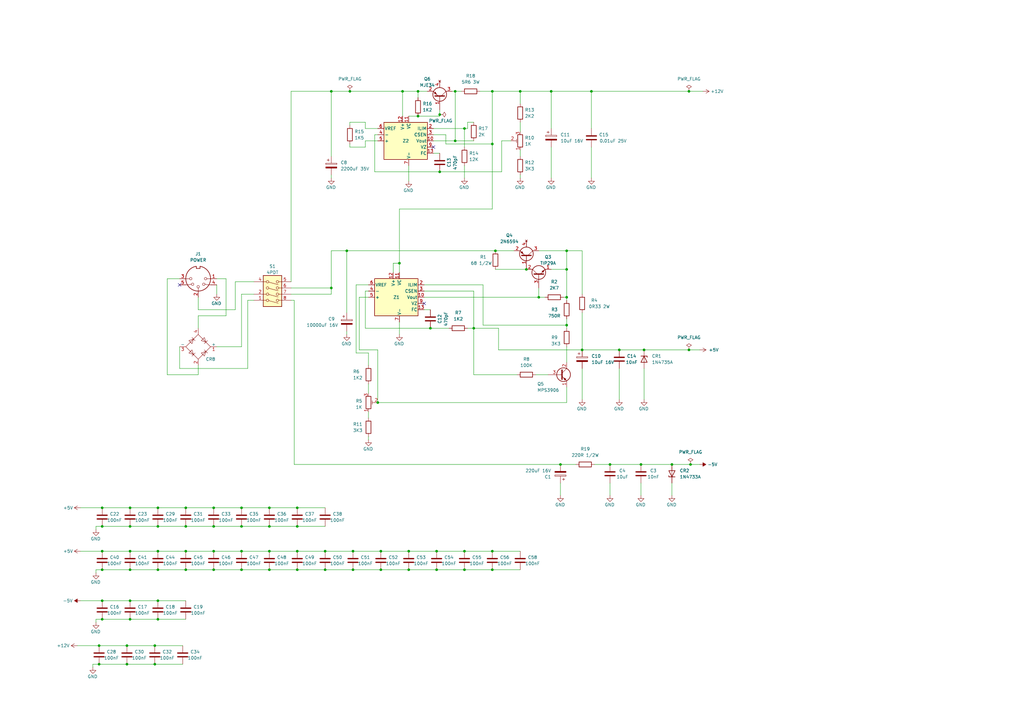
<source format=kicad_sch>
(kicad_sch (version 20230121) (generator eeschema)
  (paper "A3")
  (lib_symbols
    (symbol "Connector:DIN-5_180degree" (pin_names (offset 1.016))
      (property "Reference" "J" (at 3.175 5.715 0))
      (property "Value" "DIN-5_180degree" (at 0 -6.35 0))
      (symbol "DIN-5_180degree_1_1"
        (pin passive line (at -7.62 0 0) (length 2.54) (name "~") (number "1"))
        (pin passive line (at 0 7.62 270) (length 2.54) (name "~") (number "2"))
        (pin passive line (at 7.62 0 180) (length 2.54) (name "~") (number "3"))
        (pin passive line (at -7.62 2.54 0) (length 2.54) (name "~") (number "4"))
        (pin passive line (at 7.62 2.54 180) (length 2.54) (name "~") (number "5"))
      )
    )
    (symbol "Device:C" (pin_numbers hide) (pin_names (offset 0.254))
      (property "Reference" "C" (at 0.635 2.54 0))
      (property "Value" "C" (at 0.635 -2.54 0))
      (symbol "C_1_1"
        (pin passive line (at 0 3.81 270) (length 2.794) (name "~") (number "1"))
        (pin passive line (at 0 -3.81 90) (length 2.794) (name "~") (number "2"))
      )
    )
    (symbol "Device:C_Polarized" (pin_numbers hide) (pin_names (offset 0.254))
      (property "Reference" "C" (at 0.635 2.54 0))
      (property "Value" "C_Polarized" (at 0.635 -2.54 0))
      (symbol "C_Polarized_1_1"
        (pin passive line (at 0 3.81 270) (length 2.794) (name "~") (number "1"))
        (pin passive line (at 0 -3.81 90) (length 2.794) (name "~") (number "2"))
      )
    )
    (symbol "Device:D_Zener" (pin_numbers hide) (pin_names (offset 1.016) hide)
      (property "Reference" "D" (at 0 2.54 0))
      (property "Value" "D_Zener" (at 0 -2.54 0))
      (symbol "D_Zener_1_1"
        (pin passive line (at -3.81 0 0) (length 2.54) (name "K") (number "1"))
        (pin passive line (at 3.81 0 180) (length 2.54) (name "A") (number "2"))
      )
    )
    (symbol "Device:R" (pin_numbers hide) (pin_names (offset 0))
      (property "Reference" "R" (at 2.032 0 90))
      (property "Value" "R" (at 0 0 90))
      (symbol "R_1_1"
        (pin passive line (at 0 3.81 270) (length 1.27) (name "~") (number "1"))
        (pin passive line (at 0 -3.81 90) (length 1.27) (name "~") (number "2"))
      )
    )
    (symbol "Device:R_Potentiometer_Trim" (pin_names (offset 1.016) hide)
      (property "Reference" "RV" (at -4.445 0 90))
      (property "Value" "R_Potentiometer_Trim" (at -2.54 0 90))
      (symbol "R_Potentiometer_Trim_1_1"
        (pin passive line (at 0 3.81 270) (length 1.27) (name "1") (number "1"))
        (pin passive line (at 3.81 0 180) (length 1.27) (name "2") (number "2"))
        (pin passive line (at 0 -3.81 90) (length 1.27) (name "3") (number "3"))
      )
    )
    (symbol "Diode_Bridge:VS-KBPC804" (pin_names (offset 0))
      (property "Reference" "D" (at 2.54 6.985 0))
      (property "Value" "VS-KBPC804" (at 2.54 5.08 0))
      (symbol "VS-KBPC804_1_1"
        (pin passive line (at 7.62 0 180) (length 2.54) (name "+") (number "1"))
        (pin passive line (at 0 -7.62 90) (length 2.54) (name "~") (number "2"))
        (pin passive line (at -7.62 0 0) (length 2.54) (name "-") (number "3"))
        (pin passive line (at 0 7.62 270) (length 2.54) (name "~") (number "4"))
      )
    )
    (symbol "Regulator_Linear:LM723_DIP14" (pin_names (offset 0.254))
      (property "Reference" "U" (at 0.635 10.795 0))
      (property "Value" "LM723_DIP14" (at 0.635 8.89 0))
      (symbol "LM723_DIP14_1_1"
        (pin no_connect line (at -10.16 -5.08 0) (length 2.54) hide (name "NC") (number "1"))
        (pin power_out line (at 10.16 0 180) (length 2.54) (name "Vout") (number "10"))
        (pin power_in line (at 0 10.16 270) (length 2.54) (name "VC") (number "11"))
        (pin power_in line (at -2.54 10.16 270) (length 2.54) (name "V+") (number "12"))
        (pin input line (at 10.16 -5.08 180) (length 2.54) (name "FC") (number "13"))
        (pin no_connect line (at -2.54 -7.62 90) (length 2.54) hide (name "NC") (number "14"))
        (pin input line (at 10.16 5.08 180) (length 2.54) (name "ILIM") (number "2"))
        (pin input line (at 10.16 2.54 180) (length 2.54) (name "CSEN") (number "3"))
        (pin input line (at -12.7 2.54 0) (length 2.54) (name "-") (number "4"))
        (pin input line (at -12.7 0 0) (length 2.54) (name "+") (number "5"))
        (pin power_out line (at -12.7 5.08 0) (length 2.54) (name "VREF") (number "6"))
        (pin power_in line (at 0 -10.16 90) (length 2.54) (name "V-") (number "7"))
        (pin no_connect line (at -10.16 -2.54 0) (length 2.54) hide (name "NC") (number "8"))
        (pin input line (at 10.16 -2.54 180) (length 2.54) (name "VZ") (number "9"))
      )
    )
    (symbol "TRS80IUS:EGGCOOKER" (pin_names (offset 0) hide)
      (property "Reference" "Q" (at 5.08 7.62 0))
      (property "Value" "EGG COOKER" (at 5.08 5.715 0))
      (symbol "EGGCOOKER_1_1"
        (pin input line (at -5.08 0 0) (length 5.715) (name "B") (number "1"))
        (pin passive line (at 2.54 -5.08 90) (length 2.54) (name "E") (number "2"))
        (pin passive line (at 2.54 5.08 270) (length 2.54) (name "C") (number "3"))
        (pin no_connect line (at 6.6 0 180) (length 2.54) (name "U") (number "4"))
      )
    )
    (symbol "TRS80IUS:MJE34" (pin_names (offset 0) hide)
      (property "Reference" "Q" (at 6.35 8.89 0))
      (property "Value" "MJE34" (at 6.35 6.985 0))
      (symbol "MJE34_1_1"
        (pin input line (at -5.08 0 0) (length 5.715) (name "B") (number "1"))
        (pin passive line (at 2.54 -5.08 90) (length 2.54) (name "E") (number "2"))
        (pin passive line (at 2.54 5.08 270) (length 2.54) (name "C") (number "3"))
        (pin no_connect line (at 6.7 0 180) (length 2.54) (name "u") (number "4"))
      )
    )
    (symbol "TRS80IUS:PSWITCH" (pin_names (offset 0) hide)
      (property "Reference" "S1" (at 0 8.89 0))
      (property "Value" "4PDT" (at 0 6.35 0))
      (symbol "PSWITCH_1_1"
        (pin passive line (at -7.62 5.08 0) (length 5.08) (name "~") (number "1"))
        (pin passive line (at -7.62 2.54 0) (length 5.08) (name "~") (number "2"))
        (pin passive line (at -7.62 -2.54 0) (length 5.08) (name "~") (number "4"))
        (pin passive line (at 7.62 -2.54 180) (length 5.08) (name "~") (number "5"))
        (pin passive line (at 7.62 0 180) (length 5.08) (name "~") (number "6"))
        (pin passive line (at 7.62 2.54 180) (length 5.08) (name "~") (number "7"))
        (pin passive line (at 7.62 5.08 180) (length 5.08) (name "~") (number "8"))
      )
    )
    (symbol "Transistor_BJT:2SA1015" (pin_names (offset 0) hide)
      (property "Reference" "Q" (at 5.08 1.905 0))
      (property "Value" "2SA1015" (at 5.08 0 0))
      (symbol "2SA1015_1_1"
        (pin passive line (at 2.54 -5.08 90) (length 2.54) (name "E") (number "1"))
        (pin passive line (at 2.54 5.08 270) (length 2.54) (name "C") (number "2"))
        (pin input line (at -5.08 0 0) (length 5.08) (name "B") (number "3"))
      )
    )
    (symbol "Transistor_BJT:2SC1815" (pin_names (offset 0) hide)
      (property "Reference" "Q" (at 5.08 1.905 0))
      (property "Value" "2SC1815" (at 5.08 0 0))
      (symbol "2SC1815_1_1"
        (pin passive line (at 2.54 -5.08 90) (length 2.54) (name "E") (number "1"))
        (pin passive line (at 2.54 5.08 270) (length 2.54) (name "C") (number "2"))
        (pin input line (at -5.08 0 0) (length 5.08) (name "B") (number "3"))
      )
    )
    (symbol "power:+12V" (power) (pin_names (offset 0))
      (property "Value" "+12V" (at 0 3.556 0))
      (symbol "+12V_1_1"
        (pin power_in line (at 0 0 90) (length 0) hide (name "+12V") (number "1"))
      )
    )
    (symbol "power:+5V" (power) (pin_names (offset 0))
      (property "Value" "+5V" (at 0 3.556 0))
      (symbol "+5V_1_1"
        (pin power_in line (at 0 0 90) (length 0) hide (name "+5V") (number "1"))
      )
    )
    (symbol "power:-5V" (power) (pin_names (offset 0))
      (property "Value" "-5V" (at 0 3.81 0))
      (symbol "-5V_0_0"
        (pin power_in line (at 0 0 90) (length 0) hide (name "-5V") (number "1"))
      )
    )
    (symbol "power:GND" (power) (pin_names (offset 0))
      (property "Value" "GND" (at 0 -3.81 0))
      (symbol "GND_1_1"
        (pin power_in line (at 0 0 270) (length 0) hide (name "GND") (number "1"))
      )
    )
    (symbol "power:PWR_FLAG" (power) (pin_numbers hide) (pin_names (offset 0) hide)
      (property "Value" "PWR_FLAG" (at 0 3.81 0))
      (symbol "PWR_FLAG_0_0"
        (pin power_out line (at 0 0 90) (length 0) (name "pwr") (number "1"))
      )
    )
  )
  (junction (at 99.06 208.28))
  (junction (at 53.34 233.68))
  (junction (at 110.49 226.06))
  (junction (at 64.77 233.68))
  (junction (at 190.5 226.06))
  (junction (at 110.49 215.9))
  (junction (at 52.07 264.795))
  (junction (at 63.5 272.415))
  (junction (at 87.63 233.68))
  (junction (at 64.77 215.9))
  (junction (at 53.34 246.38))
  (junction (at 99.06 215.9))
  (junction (at 144.78 233.68))
  (junction (at 201.93 59.055))
  (junction (at 201.93 37.465))
  (junction (at 167.64 226.06))
  (junction (at 190.5 52.705))
  (junction (at 154.94 165.1))
  (junction (at 180.34 70.485))
  (junction (at 156.21 226.06))
  (junction (at 41.91 226.06))
  (junction (at 41.91 233.68))
  (junction (at 171.45 47.625))
  (junction (at 135.89 118.11))
  (junction (at 135.89 37.465))
  (junction (at 53.34 226.06))
  (junction (at 201.93 233.68))
  (junction (at 41.91 208.28))
  (junction (at 282.575 143.51))
  (junction (at 283.21 190.5))
  (junction (at 133.35 226.06))
  (junction (at 282.575 37.465))
  (junction (at 110.49 208.28))
  (junction (at 133.35 233.68))
  (junction (at 203.2 102.87))
  (junction (at 229.87 190.5))
  (junction (at 99.06 233.68))
  (junction (at 186.69 37.465))
  (junction (at 275.59 190.5))
  (junction (at 121.92 215.9))
  (junction (at 142.24 102.87))
  (junction (at 63.5 264.795))
  (junction (at 194.31 134.62))
  (junction (at 232.41 121.92))
  (junction (at 121.92 208.28))
  (junction (at 220.98 121.92))
  (junction (at 87.63 215.9))
  (junction (at 53.34 208.28))
  (junction (at 179.07 233.68))
  (junction (at 213.36 37.465))
  (junction (at 52.07 272.415))
  (junction (at 40.64 264.795))
  (junction (at 144.78 226.06))
  (junction (at 41.91 215.9))
  (junction (at 53.34 254))
  (junction (at 179.07 226.06))
  (junction (at 41.91 254))
  (junction (at 64.77 246.38))
  (junction (at 262.89 190.5))
  (junction (at 165.1 37.465))
  (junction (at 87.63 208.28))
  (junction (at 186.69 57.785))
  (junction (at 180.34 46.99))
  (junction (at 64.77 226.06))
  (junction (at 215.9 110.49))
  (junction (at 163.83 107.95))
  (junction (at 156.21 233.68))
  (junction (at 242.57 37.465))
  (junction (at 201.93 226.06))
  (junction (at 238.76 143.51))
  (junction (at 264.16 143.51))
  (junction (at 190.5 233.68))
  (junction (at 53.34 215.9))
  (junction (at 64.77 254))
  (junction (at 76.2 215.9))
  (junction (at 171.45 37.465))
  (junction (at 232.41 133.35))
  (junction (at 110.49 233.68))
  (junction (at 232.41 110.49))
  (junction (at 76.2 208.28))
  (junction (at 99.06 226.06))
  (junction (at 250.19 190.5))
  (junction (at 176.53 134.62))
  (junction (at 254 143.51))
  (junction (at 226.06 37.465))
  (junction (at 167.64 233.68))
  (junction (at 40.64 272.415))
  (junction (at 64.77 208.28))
  (junction (at 76.2 233.68))
  (junction (at 121.92 233.68))
  (junction (at 76.2 226.06))
  (junction (at 232.41 102.87))
  (junction (at 87.63 226.06))
  (junction (at 41.91 246.38))
  (junction (at 143.51 37.465))
  (junction (at 121.92 226.06))
  (no_connect (at 173.99 124.46))
  (no_connect (at 177.8 60.325))
  (no_connect (at 73.66 116.84))
  (wire (pts (xy 213.36 50.165) (xy 213.36 53.975)))
  (wire (pts (xy 31.75 264.795) (xy 40.64 264.795)))
  (wire (pts (xy 99.06 120.65) (xy 104.14 120.65)))
  (wire (pts (xy 177.8 52.705) (xy 190.5 52.705)))
  (wire (pts (xy 119.38 123.19) (xy 120.65 123.19)))
  (wire (pts (xy 101.6 151.13) (xy 101.6 123.19)))
  (wire (pts (xy 153.67 55.245) (xy 154.94 55.245)))
  (wire (pts (xy 135.89 118.11) (xy 135.89 102.87)))
  (wire (pts (xy 238.76 143.51) (xy 254 143.51)))
  (wire (pts (xy 81.28 149.86) (xy 81.28 153.67)))
  (wire (pts (xy 149.86 119.38) (xy 151.13 119.38)))
  (wire (pts (xy 180.34 70.485) (xy 153.67 70.485)))
  (wire (pts (xy 226.06 60.325) (xy 226.06 73.025)))
  (wire (pts (xy 201.93 233.68) (xy 213.36 233.68)))
  (wire (pts (xy 177.8 57.785) (xy 186.69 57.785)))
  (wire (pts (xy 180.34 70.485) (xy 205.74 70.485)))
  (wire (pts (xy 135.89 102.87) (xy 142.24 102.87)))
  (wire (pts (xy 191.77 52.705) (xy 191.77 50.165)))
  (wire (pts (xy 41.91 254) (xy 53.34 254)))
  (wire (pts (xy 52.07 272.415) (xy 63.5 272.415)))
  (wire (pts (xy 110.49 215.9) (xy 121.92 215.9)))
  (wire (pts (xy 39.37 254) (xy 39.37 255.27)))
  (wire (pts (xy 135.89 120.65) (xy 135.89 118.11)))
  (wire (pts (xy 146.05 116.84) (xy 146.05 144.78)))
  (wire (pts (xy 76.2 233.68) (xy 87.63 233.68)))
  (wire (pts (xy 99.06 215.9) (xy 110.49 215.9)))
  (wire (pts (xy 64.77 233.68) (xy 76.2 233.68)))
  (wire (pts (xy 179.07 226.06) (xy 190.5 226.06)))
  (wire (pts (xy 219.71 153.67) (xy 224.79 153.67)))
  (wire (pts (xy 151.13 168.91) (xy 151.13 171.45)))
  (wire (pts (xy 201.93 59.055) (xy 201.93 85.725)))
  (wire (pts (xy 76.2 208.28) (xy 87.63 208.28)))
  (wire (pts (xy 81.28 129.54) (xy 81.28 134.62)))
  (wire (pts (xy 149.86 52.705) (xy 154.94 52.705)))
  (wire (pts (xy 177.8 62.865) (xy 180.34 62.865)))
  (wire (pts (xy 156.21 226.06) (xy 167.64 226.06)))
  (wire (pts (xy 135.89 37.465) (xy 135.89 64.135)))
  (wire (pts (xy 250.19 198.12) (xy 250.19 203.2)))
  (wire (pts (xy 194.31 153.67) (xy 194.31 134.62)))
  (wire (pts (xy 213.36 71.755) (xy 213.36 73.025)))
  (wire (pts (xy 167.64 233.68) (xy 179.07 233.68)))
  (wire (pts (xy 151.13 179.07) (xy 151.13 180.34)))
  (wire (pts (xy 182.88 59.055) (xy 201.93 59.055)))
  (wire (pts (xy 33.02 246.38) (xy 41.91 246.38)))
  (wire (pts (xy 242.57 37.465) (xy 242.57 52.705)))
  (wire (pts (xy 96.52 115.57) (xy 104.14 115.57)))
  (wire (pts (xy 171.45 47.625) (xy 180.34 47.625)))
  (wire (pts (xy 33.02 226.06) (xy 41.91 226.06)))
  (wire (pts (xy 64.77 208.28) (xy 76.2 208.28)))
  (wire (pts (xy 63.5 264.795) (xy 74.93 264.795)))
  (wire (pts (xy 81.28 121.92) (xy 81.28 127)))
  (wire (pts (xy 185.42 37.465) (xy 186.69 37.465)))
  (wire (pts (xy 133.35 226.06) (xy 144.78 226.06)))
  (wire (pts (xy 40.64 264.795) (xy 52.07 264.795)))
  (wire (pts (xy 220.98 121.92) (xy 223.52 121.92)))
  (wire (pts (xy 53.34 254) (xy 64.77 254)))
  (wire (pts (xy 232.41 102.87) (xy 232.41 110.49)))
  (wire (pts (xy 99.06 233.68) (xy 110.49 233.68)))
  (wire (pts (xy 198.12 116.84) (xy 198.12 133.35)))
  (wire (pts (xy 149.86 119.38) (xy 149.86 134.62)))
  (wire (pts (xy 180.34 46.99) (xy 180.34 47.625)))
  (wire (pts (xy 99.06 208.28) (xy 110.49 208.28)))
  (wire (pts (xy 220.98 121.92) (xy 173.99 121.92)))
  (wire (pts (xy 254 151.13) (xy 254 163.83)))
  (wire (pts (xy 201.93 37.465) (xy 213.36 37.465)))
  (wire (pts (xy 180.34 45.085) (xy 180.34 46.99)))
  (wire (pts (xy 226.06 110.49) (xy 232.41 110.49)))
  (wire (pts (xy 186.69 57.785) (xy 194.31 57.785)))
  (wire (pts (xy 163.83 85.725) (xy 163.83 107.95)))
  (wire (pts (xy 242.57 37.465) (xy 282.575 37.465)))
  (wire (pts (xy 110.49 233.68) (xy 121.92 233.68)))
  (wire (pts (xy 275.59 190.5) (xy 283.21 190.5)))
  (wire (pts (xy 226.06 37.465) (xy 242.57 37.465)))
  (wire (pts (xy 92.71 129.54) (xy 81.28 129.54)))
  (wire (pts (xy 53.34 208.28) (xy 64.77 208.28)))
  (wire (pts (xy 53.34 233.68) (xy 64.77 233.68)))
  (wire (pts (xy 121.92 215.9) (xy 133.35 215.9)))
  (wire (pts (xy 238.76 102.87) (xy 238.76 120.65)))
  (wire (pts (xy 88.9 142.24) (xy 99.06 142.24)))
  (wire (pts (xy 171.45 37.465) (xy 171.45 40.005)))
  (wire (pts (xy 165.1 37.465) (xy 171.45 37.465)))
  (wire (pts (xy 204.47 143.51) (xy 238.76 143.51)))
  (wire (pts (xy 232.41 130.81) (xy 232.41 133.35)))
  (wire (pts (xy 151.13 157.48) (xy 151.13 161.29)))
  (wire (pts (xy 190.5 52.705) (xy 191.77 52.705)))
  (wire (pts (xy 229.87 190.5) (xy 236.22 190.5)))
  (wire (pts (xy 121.92 233.68) (xy 133.35 233.68)))
  (wire (pts (xy 186.69 37.465) (xy 189.23 37.465)))
  (wire (pts (xy 232.41 158.75) (xy 232.41 165.1)))
  (wire (pts (xy 220.98 118.11) (xy 220.98 121.92)))
  (wire (pts (xy 39.37 215.9) (xy 41.91 215.9)))
  (wire (pts (xy 190.5 67.945) (xy 190.5 73.025)))
  (wire (pts (xy 243.84 190.5) (xy 250.19 190.5)))
  (wire (pts (xy 135.89 71.755) (xy 135.89 73.025)))
  (wire (pts (xy 173.99 119.38) (xy 194.31 119.38)))
  (wire (pts (xy 149.86 134.62) (xy 176.53 134.62)))
  (wire (pts (xy 144.78 233.68) (xy 156.21 233.68)))
  (wire (pts (xy 167.64 226.06) (xy 179.07 226.06)))
  (wire (pts (xy 39.37 215.9) (xy 39.37 217.17)))
  (wire (pts (xy 198.12 133.35) (xy 232.41 133.35)))
  (wire (pts (xy 135.89 37.465) (xy 143.51 37.465)))
  (wire (pts (xy 275.59 198.12) (xy 275.59 203.2)))
  (wire (pts (xy 201.93 226.06) (xy 213.36 226.06)))
  (wire (pts (xy 232.41 121.92) (xy 232.41 123.19)))
  (wire (pts (xy 191.77 50.165) (xy 194.31 50.165)))
  (wire (pts (xy 99.06 226.06) (xy 110.49 226.06)))
  (wire (pts (xy 87.63 208.28) (xy 99.06 208.28)))
  (wire (pts (xy 53.34 246.38) (xy 64.77 246.38)))
  (wire (pts (xy 153.67 55.245) (xy 153.67 70.485)))
  (wire (pts (xy 119.38 37.465) (xy 135.89 37.465)))
  (wire (pts (xy 99.06 142.24) (xy 99.06 120.65)))
  (wire (pts (xy 213.36 37.465) (xy 213.36 42.545)))
  (wire (pts (xy 64.77 226.06) (xy 76.2 226.06)))
  (wire (pts (xy 203.2 110.49) (xy 215.9 110.49)))
  (wire (pts (xy 146.05 144.78) (xy 151.13 144.78)))
  (wire (pts (xy 52.07 264.795) (xy 63.5 264.795)))
  (wire (pts (xy 120.65 123.19) (xy 120.65 190.5)))
  (wire (pts (xy 283.21 190.5) (xy 287.02 190.5)))
  (wire (pts (xy 147.32 121.92) (xy 147.32 143.51)))
  (wire (pts (xy 190.5 52.705) (xy 190.5 60.325)))
  (wire (pts (xy 149.86 60.325) (xy 143.51 60.325)))
  (wire (pts (xy 133.35 233.68) (xy 144.78 233.68)))
  (wire (pts (xy 147.32 143.51) (xy 154.94 143.51)))
  (wire (pts (xy 282.575 37.465) (xy 288.29 37.465)))
  (wire (pts (xy 64.77 215.9) (xy 76.2 215.9)))
  (wire (pts (xy 87.63 233.68) (xy 99.06 233.68)))
  (wire (pts (xy 154.94 57.785) (xy 149.86 57.785)))
  (wire (pts (xy 262.89 190.5) (xy 275.59 190.5)))
  (wire (pts (xy 144.78 226.06) (xy 156.21 226.06)))
  (wire (pts (xy 156.21 233.68) (xy 167.64 233.68)))
  (wire (pts (xy 264.16 143.51) (xy 282.575 143.51)))
  (wire (pts (xy 232.41 142.24) (xy 232.41 148.59)))
  (wire (pts (xy 196.85 37.465) (xy 201.93 37.465)))
  (wire (pts (xy 120.65 190.5) (xy 229.87 190.5)))
  (wire (pts (xy 88.9 116.84) (xy 88.9 120.65)))
  (wire (pts (xy 238.76 128.27) (xy 238.76 143.51)))
  (wire (pts (xy 201.93 85.725) (xy 163.83 85.725)))
  (wire (pts (xy 38.1 272.415) (xy 40.64 272.415)))
  (wire (pts (xy 232.41 133.35) (xy 232.41 134.62)))
  (wire (pts (xy 173.99 116.84) (xy 198.12 116.84)))
  (wire (pts (xy 161.29 107.95) (xy 163.83 107.95)))
  (wire (pts (xy 53.34 215.9) (xy 64.77 215.9)))
  (wire (pts (xy 213.36 37.465) (xy 226.06 37.465)))
  (wire (pts (xy 167.64 47.625) (xy 171.45 47.625)))
  (wire (pts (xy 119.38 115.57) (xy 119.38 37.465)))
  (wire (pts (xy 177.8 55.245) (xy 182.88 55.245)))
  (wire (pts (xy 190.5 226.06) (xy 201.93 226.06)))
  (wire (pts (xy 149.86 50.165) (xy 149.86 52.705)))
  (wire (pts (xy 110.49 226.06) (xy 121.92 226.06)))
  (wire (pts (xy 73.66 142.24) (xy 73.66 151.13)))
  (wire (pts (xy 182.88 55.245) (xy 182.88 59.055)))
  (wire (pts (xy 40.64 272.415) (xy 52.07 272.415)))
  (wire (pts (xy 41.91 233.68) (xy 53.34 233.68)))
  (wire (pts (xy 41.91 208.28) (xy 53.34 208.28)))
  (wire (pts (xy 73.66 114.3) (xy 68.58 114.3)))
  (wire (pts (xy 264.16 151.13) (xy 264.16 163.83)))
  (wire (pts (xy 143.51 37.465) (xy 165.1 37.465)))
  (wire (pts (xy 149.86 57.785) (xy 149.86 60.325)))
  (wire (pts (xy 282.575 143.51) (xy 287.02 143.51)))
  (wire (pts (xy 190.5 233.68) (xy 201.93 233.68)))
  (wire (pts (xy 63.5 272.415) (xy 74.93 272.415)))
  (wire (pts (xy 151.13 144.78) (xy 151.13 149.86)))
  (wire (pts (xy 101.6 123.19) (xy 104.14 123.19)))
  (wire (pts (xy 262.89 198.12) (xy 262.89 203.2)))
  (wire (pts (xy 76.2 226.06) (xy 87.63 226.06)))
  (wire (pts (xy 39.37 233.68) (xy 41.91 233.68)))
  (wire (pts (xy 33.02 208.28) (xy 41.91 208.28)))
  (wire (pts (xy 232.41 102.87) (xy 238.76 102.87)))
  (wire (pts (xy 87.63 215.9) (xy 99.06 215.9)))
  (wire (pts (xy 121.92 208.28) (xy 133.35 208.28)))
  (wire (pts (xy 205.74 57.785) (xy 205.74 70.485)))
  (wire (pts (xy 250.19 190.5) (xy 262.89 190.5)))
  (wire (pts (xy 171.45 37.465) (xy 175.26 37.465)))
  (wire (pts (xy 194.31 134.62) (xy 191.77 134.62)))
  (wire (pts (xy 232.41 121.92) (xy 231.14 121.92)))
  (wire (pts (xy 203.2 102.87) (xy 210.82 102.87)))
  (wire (pts (xy 119.38 120.65) (xy 135.89 120.65)))
  (wire (pts (xy 232.41 110.49) (xy 232.41 121.92)))
  (wire (pts (xy 143.51 50.165) (xy 149.86 50.165)))
  (wire (pts (xy 73.66 151.13) (xy 101.6 151.13)))
  (wire (pts (xy 254 143.51) (xy 264.16 143.51)))
  (wire (pts (xy 143.51 51.435) (xy 143.51 50.165)))
  (wire (pts (xy 194.31 119.38) (xy 194.31 134.62)))
  (wire (pts (xy 165.1 47.625) (xy 165.1 37.465)))
  (wire (pts (xy 38.1 272.415) (xy 38.1 273.685)))
  (wire (pts (xy 87.63 226.06) (xy 99.06 226.06)))
  (wire (pts (xy 179.07 233.68) (xy 190.5 233.68)))
  (wire (pts (xy 143.51 59.055) (xy 143.51 60.325)))
  (wire (pts (xy 110.49 208.28) (xy 121.92 208.28)))
  (wire (pts (xy 163.83 107.95) (xy 163.83 111.76)))
  (wire (pts (xy 163.83 132.08) (xy 163.83 137.16)))
  (wire (pts (xy 229.87 198.12) (xy 229.87 203.2)))
  (wire (pts (xy 194.31 134.62) (xy 204.47 134.62)))
  (wire (pts (xy 238.76 151.13) (xy 238.76 163.83)))
  (wire (pts (xy 167.64 67.945) (xy 167.64 74.295)))
  (wire (pts (xy 186.69 37.465) (xy 186.69 57.785)))
  (wire (pts (xy 121.92 226.06) (xy 133.35 226.06)))
  (wire (pts (xy 226.06 37.465) (xy 226.06 52.705)))
  (wire (pts (xy 68.58 153.67) (xy 81.28 153.67)))
  (wire (pts (xy 92.71 114.3) (xy 92.71 129.54)))
  (wire (pts (xy 96.52 127) (xy 96.52 115.57)))
  (wire (pts (xy 161.29 111.76) (xy 161.29 107.95)))
  (wire (pts (xy 151.13 116.84) (xy 146.05 116.84)))
  (wire (pts (xy 41.91 246.38) (xy 53.34 246.38)))
  (wire (pts (xy 39.37 254) (xy 41.91 254)))
  (wire (pts (xy 204.47 134.62) (xy 204.47 143.51)))
  (wire (pts (xy 232.41 165.1) (xy 154.94 165.1)))
  (wire (pts (xy 64.77 246.38) (xy 76.2 246.38)))
  (wire (pts (xy 142.24 135.89) (xy 142.24 137.16)))
  (wire (pts (xy 242.57 60.325) (xy 242.57 73.025)))
  (wire (pts (xy 201.93 59.055) (xy 201.93 37.465)))
  (wire (pts (xy 212.09 153.67) (xy 194.31 153.67)))
  (wire (pts (xy 119.38 118.11) (xy 135.89 118.11)))
  (wire (pts (xy 173.99 127) (xy 176.53 127)))
  (wire (pts (xy 41.91 226.06) (xy 53.34 226.06)))
  (wire (pts (xy 39.37 233.68) (xy 39.37 234.95)))
  (wire (pts (xy 81.28 127) (xy 96.52 127)))
  (wire (pts (xy 41.91 215.9) (xy 53.34 215.9)))
  (wire (pts (xy 76.2 215.9) (xy 87.63 215.9)))
  (wire (pts (xy 151.13 121.92) (xy 147.32 121.92)))
  (wire (pts (xy 142.24 102.87) (xy 203.2 102.87)))
  (wire (pts (xy 176.53 134.62) (xy 184.15 134.62)))
  (wire (pts (xy 220.98 102.87) (xy 232.41 102.87)))
  (wire (pts (xy 213.36 61.595) (xy 213.36 64.135)))
  (wire (pts (xy 53.34 226.06) (xy 64.77 226.06)))
  (wire (pts (xy 154.94 143.51) (xy 154.94 165.1)))
  (wire (pts (xy 68.58 114.3) (xy 68.58 153.67)))
  (wire (pts (xy 142.24 102.87) (xy 142.24 128.27)))
  (wire (pts (xy 209.55 57.785) (xy 205.74 57.785)))
  (wire (pts (xy 88.9 114.3) (xy 92.71 114.3)))
  (wire (pts (xy 64.77 254) (xy 76.2 254)))
  (symbol (lib_id "Device:C") (at 144.78 229.87 180) (unit 1)
    (property "Reference" "C51" (at 149.86 228.6 0))
    (property "Value" "100nF" (at 149.86 231.14 0))
    (property "Footprint" "TRS80IUS:Ceramic Disc 6.35mm" (effects hide))
  )
  (symbol (lib_id "Device:C") (at 76.2 250.19 180) (unit 1)
    (property "Reference" "C19" (at 81.28 248.92 0))
    (property "Value" "100nF" (at 81.28 251.46 0))
    (property "Footprint" "TRS80IUS:Ceramic Disc 6.35mm" (effects hide))
  )
  (symbol (lib_id "Regulator_Linear:LM723_DIP14") (at 163.83 121.92 0) (unit 1)
    (property "Reference" "Z1" (at 161.29 121.92 0) (effects (justify left)))
    (property "Value" "LM723_DIP14" (effects hide))
    (property "Footprint" "TRS80IUS:DIP-14_W7.62mm" (effects hide))
    (property "Datasheet" "http://www.ti.com/lit/ds/symlink/lm723.pdf" (effects hide))
  )
  (symbol (lib_id "Device:C") (at 213.36 229.87 180) (unit 1)
    (property "Reference" "C58" (at 218.44 228.6 0))
    (property "Value" "100nF" (at 218.44 231.14 0))
    (property "Footprint" "TRS80IUS:Ceramic Disc 7mm" (effects hide))
  )
  (symbol (lib_id "Device:C_Polarized") (at 238.76 147.32 0) (unit 1)
    (property "Reference" "C10" (at 242.57 146.05 0) (effects (justify left)))
    (property "Value" "10uF 16V" (at 242.57 148.59 0) (effects (justify left)))
    (property "Footprint" "TRS80IUS:Electrolytic Cap 2.5mm" (effects hide))
  )
  (symbol (lib_id "Device:C") (at 167.64 229.87 180) (unit 1)
    (property "Reference" "C53" (at 172.72 228.6 0))
    (property "Value" "100nF" (at 172.72 231.14 0))
    (property "Footprint" "TRS80IUS:Ceramic Disc 6.35mm" (effects hide))
  )
  (symbol (lib_id "Device:C") (at 64.77 212.09 180) (unit 1)
    (property "Reference" "C29" (at 69.85 210.82 0))
    (property "Value" "100nF" (at 69.85 213.36 0))
    (property "Footprint" "TRS80IUS:Ceramic Disc 6.35mm" (effects hide))
  )
  (symbol (lib_id "power:-5V") (at 33.02 246.38 90) (unit 1)
    (property "Reference" "#PWR0133" (effects hide))
    (property "Value" "-5V" (at 29.845 246.38 90) (effects (justify left)))
  )
  (symbol (lib_id "Device:R") (at 187.96 134.62 90) (unit 1)
    (property "Reference" "R7" (at 187.96 128.27 90))
    (property "Value" "1K2" (at 187.96 130.81 90))
    (property "Footprint" "TRS80IUS:Resistor 12.7mm" (effects hide))
  )
  (symbol (lib_id "Device:R") (at 171.45 43.815 180) (unit 1)
    (property "Reference" "R16" (at 173.355 42.545 0) (effects (justify right)))
    (property "Value" "1K2" (at 173.355 45.085 0) (effects (justify right)))
    (property "Footprint" "TRS80IUS:Resistor 12.7mm" (effects hide))
  )
  (symbol (lib_id "power:GND") (at 151.13 180.34 0) (unit 1)
    (property "Reference" "#PWR0108" (effects hide))
    (property "Value" "GND" (at 153.035 184.15 0) (effects (justify right)))
    (instances (project "TRS80IUS" (path "" (reference "#PWR0108") (unit 1)) (path "" (reference "#PWR0123") (unit 1)) (path "" (reference "#PWR0132") (unit 1)) (path "" (reference "#PWR0115") (unit 1))))
  )
  (symbol (lib_id "power:GND") (at 213.36 73.025 0) (unit 1)
    (property "Reference" "#PWR0108" (effects hide))
    (property "Value" "GND" (at 215.265 76.835 0) (effects (justify right)))
    (instances (project "TRS80IUS" (path "" (reference "#PWR0108") (unit 1)) (path "" (reference "#PWR0123") (unit 1)) (path "" (reference "#PWR0132") (unit 1)) (path "" (reference "#PWR0119") (unit 1))))
  )
  (symbol (lib_id "Device:C") (at 156.21 229.87 180) (unit 1)
    (property "Reference" "C52" (at 161.29 228.6 0))
    (property "Value" "100nF" (at 161.29 231.14 0))
    (property "Footprint" "TRS80IUS:Ceramic Disc 6.35mm" (effects hide))
  )
  (symbol (lib_id "Device:C") (at 76.2 229.87 180) (unit 1)
    (property "Reference" "C45" (at 81.28 228.6 0))
    (property "Value" "100nF" (at 81.28 231.14 0))
    (property "Footprint" "TRS80IUS:Ceramic Disc 7mm" (effects hide))
  )
  (symbol (lib_id "Device:C") (at 242.57 56.515 180) (unit 1)
    (property "Reference" "C15" (at 247.65 55.245 0))
    (property "Value" "0.01uF 25V" (at 251.46 57.785 0))
    (property "Footprint" "TRS80IUS:Ceramic Disc 6.35mm" (effects hide))
  )
  (symbol (lib_id "power:GND") (at 250.19 203.2 0) (unit 1)
    (property "Reference" "#PWR0108" (effects hide))
    (property "Value" "GND" (at 252.095 207.01 0) (effects (justify right)))
    (instances (project "TRS80IUS" (path "" (reference "#PWR0108") (unit 1)) (path "" (reference "#PWR0123") (unit 1)) (path "" (reference "#PWR0132") (unit 1)) (path "" (reference "#PWR0124") (unit 1))))
  )
  (symbol (lib_id "Device:R") (at 232.41 138.43 180) (unit 1)
    (property "Reference" "R9" (at 226.06 138.43 0) (effects (justify right)))
    (property "Value" "3K3" (at 226.06 140.97 0) (effects (justify right)))
    (property "Footprint" "TRS80IUS:Resistor 12.7mm" (effects hide))
  )
  (symbol (lib_id "power:PWR_FLAG") (at 282.575 37.465 0) (unit 1)
    (property "Reference" "#FLG0104" (effects hide))
    (property "Value" "PWR_FLAG" (at 282.575 32.385 0))
  )
  (symbol (lib_id "power:PWR_FLAG") (at 143.51 37.465 0) (unit 1)
    (property "Reference" "#FLG0105" (effects hide))
    (property "Value" "PWR_FLAG" (at 143.51 32.385 0))
  )
  (symbol (lib_id "Device:C") (at 40.64 268.605 180) (unit 1)
    (property "Reference" "C28" (at 45.72 267.335 0))
    (property "Value" "100nF" (at 45.72 269.875 0))
    (property "Footprint" "TRS80IUS:Ceramic Disc 9.78mm" (effects hide))
  )
  (symbol (lib_id "power:-5V") (at 287.02 190.5 270) (unit 1)
    (property "Reference" "#PWR0242" (effects hide))
    (property "Value" "-5V" (at 290.195 190.5 90) (effects (justify left)))
  )
  (symbol (lib_id "Device:R") (at 232.41 127 180) (unit 1)
    (property "Reference" "R3" (at 226.06 127 0) (effects (justify right)))
    (property "Value" "750R" (at 224.79 129.54 0) (effects (justify right)))
    (property "Footprint" "TRS80IUS:Resistor 12.7mm" (effects hide))
  )
  (symbol (lib_id "Device:C") (at 179.07 229.87 180) (unit 1)
    (property "Reference" "C54" (at 184.15 228.6 0))
    (property "Value" "100nF" (at 184.15 231.14 0))
    (property "Footprint" "TRS80IUS:Ceramic Disc 6.35mm" (effects hide))
  )
  (symbol (lib_id "power:PWR_FLAG") (at 283.21 190.5 0) (unit 1)
    (property "Reference" "#FLG0101" (effects hide))
    (property "Value" "PWR_FLAG" (at 283.21 185.42 0))
  )
  (symbol (lib_id "Device:C") (at 110.49 229.87 180) (unit 1)
    (property "Reference" "C48" (at 115.57 228.6 0))
    (property "Value" "100nF" (at 115.57 231.14 0))
    (property "Footprint" "TRS80IUS:Ceramic Disc 6.35mm" (effects hide))
  )
  (symbol (lib_id "Connector:DIN-5_180degree") (at 81.28 114.3 180) (unit 1)
    (property "Reference" "J1" (at 81.2799 104.14 0))
    (property "Value" "POWER" (at 81.2799 106.68 0))
    (property "Footprint" "TRS80IUS:5-Pin DIN Socket" (effects hide))
    (property "Datasheet" "http://www.mouser.com/ds/2/18/40_c091_abd_e-75918.pdf" (effects hide))
  )
  (symbol (lib_id "power:GND") (at 39.37 255.27 0) (unit 1)
    (property "Reference" "#PWR0108" (effects hide))
    (property "Value" "GND" (at 41.275 259.08 0) (effects (justify right)))
    (instances (project "TRS80IUS" (path "" (reference "#PWR0108") (unit 1)) (path "" (reference "#PWR0123") (unit 1)) (path "" (reference "#PWR0132") (unit 1)) (path "" (reference "#PWR0137") (unit 1))))
  )
  (symbol (lib_id "Device:C_Polarized") (at 229.87 194.31 180) (unit 1)
    (property "Reference" "C1" (at 226.06 195.58 0) (effects (justify left)))
    (property "Value" "220uF 16V" (at 226.06 193.04 0) (effects (justify left)))
    (property "Footprint" "TRS80IUS:Capacitor C1" (effects hide))
  )
  (symbol (lib_id "Device:C") (at 64.77 229.87 180) (unit 1)
    (property "Reference" "C44" (at 69.85 228.6 0))
    (property "Value" "100nF" (at 69.85 231.14 0))
    (property "Footprint" "TRS80IUS:Ceramic Disc 7mm" (effects hide))
  )
  (symbol (lib_id "Device:R") (at 190.5 64.135 180) (unit 1)
    (property "Reference" "R14" (at 192.405 62.865 0) (effects (justify right)))
    (property "Value" "12K" (at 192.405 65.405 0) (effects (justify right)))
    (property "Footprint" "TRS80IUS:Resistor 12.7mm" (effects hide))
  )
  (symbol (lib_id "power:GND") (at 238.76 163.83 0) (unit 1)
    (property "Reference" "#PWR0108" (effects hide))
    (property "Value" "GND" (at 240.665 167.64 0) (effects (justify right)))
    (instances (project "TRS80IUS" (path "" (reference "#PWR0108") (unit 1)) (path "" (reference "#PWR0123") (unit 1)) (path "" (reference "#PWR0132") (unit 1)) (path "" (reference "#PWR0122") (unit 1))))
  )
  (symbol (lib_id "Device:C") (at 250.19 194.31 180) (unit 1)
    (property "Reference" "C4" (at 255.27 193.04 0))
    (property "Value" "10uF" (at 255.27 195.58 0))
    (property "Footprint" "TRS80IUS:Electrolytic Cap 2.5mm" (effects hide))
  )
  (symbol (lib_id "power:PWR_FLAG") (at 180.34 46.99 270) (unit 1)
    (property "Reference" "#FLG0106" (effects hide))
    (property "Value" "PWR_FLAG" (at 175.895 49.53 90) (effects (justify left)))
  )
  (symbol (lib_id "Device:C_Polarized") (at 135.89 67.945 0) (unit 1)
    (property "Reference" "C8" (at 139.7 66.675 0) (effects (justify left)))
    (property "Value" "2200uF 35V" (at 139.7 69.215 0) (effects (justify left)))
    (property "Footprint" "TRS80IUS:Capacitor C8" (effects hide))
  )
  (symbol (lib_id "TRS80IUS:EGGCOOKER") (at 215.9 105.41 270) (mirror x) (unit 1)
    (property "Reference" "Q4" (at 208.915 96.52 90))
    (property "Value" "2N6594" (at 208.915 99.06 90))
    (property "Footprint" "TRS80IUS:Q4 TO-3" (effects hide))
    (property "Datasheet" "http://www.onsemi.com/pub_link/Collateral/2N3055-D.PDF" (effects hide))
  )
  (symbol (lib_id "Device:C") (at 190.5 229.87 180) (unit 1)
    (property "Reference" "C55" (at 195.58 228.6 0))
    (property "Value" "100nF" (at 195.58 231.14 0))
    (property "Footprint" "TRS80IUS:Ceramic Disc 6.35mm" (effects hide))
  )
  (symbol (lib_id "Device:C") (at 180.34 66.675 180) (unit 1)
    (property "Reference" "C13" (at 184.15 66.675 90))
    (property "Value" "470pF" (at 186.69 66.675 90))
    (property "Footprint" "TRS80IUS:Ceramic Disc 6.35mm" (effects hide))
  )
  (symbol (lib_id "Device:R") (at 215.9 153.67 90) (unit 1)
    (property "Reference" "R8" (at 215.9 147.32 90))
    (property "Value" "100K" (at 215.9 149.86 90))
    (property "Footprint" "TRS80IUS:Resistor 12.7mm" (effects hide))
  )
  (symbol (lib_id "Device:C") (at 53.34 250.19 180) (unit 1)
    (property "Reference" "C17" (at 58.42 248.92 0))
    (property "Value" "100nF" (at 58.42 251.46 0))
    (property "Footprint" "TRS80IUS:Ceramic Disc 6.35mm" (effects hide))
  )
  (symbol (lib_id "Device:C") (at 64.77 250.19 180) (unit 1)
    (property "Reference" "C18" (at 69.85 248.92 0))
    (property "Value" "100nF" (at 69.85 251.46 0))
    (property "Footprint" "TRS80IUS:Ceramic Disc 6.35mm" (effects hide))
  )
  (symbol (lib_id "Transistor_BJT:2SC1815") (at 220.98 113.03 90) (unit 1)
    (property "Reference" "Q3" (at 224.79 105.41 90))
    (property "Value" "TIP29A" (at 224.79 107.95 90))
    (property "Footprint" "TRS80IUS:Q3" (effects hide))
    (property "Datasheet" "https://media.digikey.com/pdf/Data%20Sheets/Toshiba%20PDFs/2SC1815.pdf" (effects hide))
  )
  (symbol (lib_id "Device:R") (at 193.04 37.465 270) (unit 1)
    (property "Reference" "R18" (at 193.04 31.115 90))
    (property "Value" "5R6 3W" (at 193.04 33.655 90))
    (property "Footprint" "TRS80IUS:Resistor R18 30.75mm" (effects hide))
  )
  (symbol (lib_id "Device:C") (at 121.92 212.09 180) (unit 1)
    (property "Reference" "C37" (at 127 210.82 0))
    (property "Value" "100nF" (at 127 213.36 0))
    (property "Footprint" "TRS80IUS:Ceramic Disc 6.35mm" (effects hide))
  )
  (symbol (lib_id "Device:C") (at 201.93 229.87 180) (unit 1)
    (property "Reference" "C56" (at 207.01 228.6 0))
    (property "Value" "100nF" (at 207.01 231.14 0))
    (property "Footprint" "TRS80IUS:Ceramic Disc 6.35mm" (effects hide))
  )
  (symbol (lib_id "Device:C") (at 76.2 212.09 180) (unit 1)
    (property "Reference" "C31" (at 81.28 210.82 0))
    (property "Value" "100nF" (at 81.28 213.36 0))
    (property "Footprint" "TRS80IUS:Ceramic Disc 6.35mm" (effects hide))
  )
  (symbol (lib_id "Device:R_Potentiometer_Trim") (at 151.13 165.1 0) (mirror x) (unit 1)
    (property "Reference" "R5" (at 148.59 164.465 0) (effects (justify right)))
    (property "Value" "1K" (at 148.59 167.005 0) (effects (justify right)))
    (property "Footprint" "TRS80IUS:Pot - Alt Pins 1 and 3" (effects hide))
  )
  (symbol (lib_id "Device:D_Zener") (at 264.16 147.32 270) (unit 1)
    (property "Reference" "CR1" (at 267.335 146.05 90) (effects (justify left)))
    (property "Value" "1N4735A" (at 267.335 148.59 90) (effects (justify left)))
    (property "Footprint" "TRS80IUS:Diode 12.7mm" (effects hide))
  )
  (symbol (lib_id "power:GND") (at 262.89 203.2 0) (unit 1)
    (property "Reference" "#PWR0108" (effects hide))
    (property "Value" "GND" (at 264.795 207.01 0) (effects (justify right)))
    (instances (project "TRS80IUS" (path "" (reference "#PWR0108") (unit 1)) (path "" (reference "#PWR0123") (unit 1)) (path "" (reference "#PWR0132") (unit 1)) (path "" (reference "#PWR0126") (unit 1))))
  )
  (symbol (lib_id "power:GND") (at 88.9 120.65 0) (unit 1)
    (property "Reference" "#PWR0108" (effects hide))
    (property "Value" "GND" (at 90.805 124.46 0) (effects (justify right)))
    (instances (project "TRS80IUS" (path "" (reference "#PWR0108") (unit 1)) (path "" (reference "#PWR0123") (unit 1)) (path "" (reference "#PWR0132") (unit 1)) (path "" (reference "#PWR0112") (unit 1))))
  )
  (symbol (lib_id "Device:C") (at 87.63 229.87 180) (unit 1)
    (property "Reference" "C46" (at 92.71 228.6 0))
    (property "Value" "100nF" (at 92.71 231.14 0))
    (property "Footprint" "TRS80IUS:Ceramic Disc 6.35mm" (effects hide))
  )
  (symbol (lib_id "Device:R") (at 213.36 46.355 0) (unit 1)
    (property "Reference" "R13" (at 215.265 45.085 0) (effects (justify left)))
    (property "Value" "2K2" (at 215.265 47.625 0) (effects (justify left)))
    (property "Footprint" "TRS80IUS:Resistor 12.7mm" (effects hide))
  )
  (symbol (lib_id "Transistor_BJT:2SA1015") (at 229.87 153.67 0) (unit 1)
    (property "Reference" "Q5" (at 220.345 157.48 0) (effects (justify left)))
    (property "Value" "MPS3906" (at 220.345 160.02 0) (effects (justify left)))
    (property "Footprint" "TRS80IUS:Transistor" (effects hide))
    (property "Datasheet" "http://www.datasheetcatalog.org/datasheet/toshiba/905.pdf" (effects hide))
  )
  (symbol (lib_id "Device:C") (at 176.53 130.81 180) (unit 1)
    (property "Reference" "C12" (at 180.34 130.81 90))
    (property "Value" "470pF" (at 182.88 130.81 90))
    (property "Footprint" "TRS80IUS:Ceramic Disc 6.35mm" (effects hide))
  )
  (symbol (lib_id "power:GND") (at 135.89 73.025 0) (unit 1)
    (property "Reference" "#PWR0108" (effects hide))
    (property "Value" "GND" (at 137.795 76.835 0) (effects (justify right)))
    (instances (project "TRS80IUS" (path "" (reference "#PWR0108") (unit 1)) (path "" (reference "#PWR0123") (unit 1)) (path "" (reference "#PWR0132") (unit 1)) (path "" (reference "#PWR0113") (unit 1))))
  )
  (symbol (lib_id "Device:D_Zener") (at 275.59 194.31 90) (unit 1)
    (property "Reference" "CR2" (at 278.765 193.04 90) (effects (justify right)))
    (property "Value" "1N4733A" (at 278.765 195.58 90) (effects (justify right)))
    (property "Footprint" "TRS80IUS:Diode 12.7mm" (effects hide))
  )
  (symbol (lib_id "Device:C") (at 53.34 212.09 180) (unit 1)
    (property "Reference" "C23" (at 58.42 210.82 0))
    (property "Value" "100nF" (at 58.42 213.36 0))
    (property "Footprint" "TRS80IUS:Ceramic Disc 6.35mm" (effects hide))
  )
  (symbol (lib_id "power:+5V") (at 33.02 208.28 90) (unit 1)
    (property "Reference" "#PWR010" (effects hide))
    (property "Value" "+5V" (at 27.94 208.28 90))
    (instances (project "TRS80IUS" (path "" (reference "#PWR010") (unit 1)) (path "" (reference "#PWR0130") (unit 1))))
  )
  (symbol (lib_id "Device:C_Polarized") (at 226.06 56.515 0) (unit 1)
    (property "Reference" "C11" (at 229.87 55.245 0) (effects (justify left)))
    (property "Value" "10uF 16V" (at 229.87 57.785 0) (effects (justify left)))
    (property "Footprint" "TRS80IUS:Electrolytic Cap 2.5mm" (effects hide))
  )
  (symbol (lib_id "power:GND") (at 163.83 137.16 0) (unit 1)
    (property "Reference" "#PWR0108" (effects hide))
    (property "Value" "GND" (at 165.735 140.97 0) (effects (justify right)))
    (instances (project "TRS80IUS" (path "" (reference "#PWR0108") (unit 1)) (path "" (reference "#PWR0123") (unit 1)) (path "" (reference "#PWR0132") (unit 1)) (path "" (reference "#PWR0116") (unit 1))))
  )
  (symbol (lib_id "TRS80IUS:MJE34") (at 180.34 40.005 270) (mirror x) (unit 1)
    (property "Reference" "Q6" (at 175.26 32.385 90))
    (property "Value" "MJE34" (at 175.26 34.925 90))
    (property "Footprint" "TRS80IUS:Transistor Q6" (effects hide))
    (property "Datasheet" "http://www.onsemi.com/pub_link/Collateral/2N3055-D.PDF" (effects hide))
  )
  (symbol (lib_id "Device:C") (at 262.89 194.31 180) (unit 1)
    (property "Reference" "C3" (at 267.97 193.04 0))
    (property "Value" "10nF" (at 267.97 195.58 0))
    (property "Footprint" "TRS80IUS:Ceramic Disc 6.35mm" (effects hide))
  )
  (symbol (lib_id "Device:R") (at 151.13 153.67 0) (unit 1)
    (property "Reference" "R6" (at 144.78 152.4 0) (effects (justify left)))
    (property "Value" "1K2" (at 144.78 154.94 0) (effects (justify left)))
    (property "Footprint" "TRS80IUS:Resistor 12.7mm" (effects hide))
  )
  (symbol (lib_id "Device:C") (at 133.35 212.09 180) (unit 1)
    (property "Reference" "C38" (at 138.43 210.82 0))
    (property "Value" "100nF" (at 138.43 213.36 0))
    (property "Footprint" "TRS80IUS:Ceramic Disc 6.35mm" (effects hide))
  )
  (symbol (lib_id "power:GND") (at 39.37 217.17 0) (unit 1)
    (property "Reference" "#PWR0108" (effects hide))
    (property "Value" "GND" (at 41.275 220.98 0) (effects (justify right)))
    (instances (project "TRS80IUS" (path "" (reference "#PWR0108") (unit 1)) (path "" (reference "#PWR0123") (unit 1)) (path "" (reference "#PWR0132") (unit 1)) (path "" (reference "#PWR0134") (unit 1))))
  )
  (symbol (lib_id "power:GND") (at 264.16 163.83 0) (unit 1)
    (property "Reference" "#PWR0108" (effects hide))
    (property "Value" "GND" (at 266.065 167.64 0) (effects (justify right)))
    (instances (project "TRS80IUS" (path "" (reference "#PWR0108") (unit 1)) (path "" (reference "#PWR0123") (unit 1)) (path "" (reference "#PWR0132") (unit 1)) (path "" (reference "#PWR0127") (unit 1))))
  )
  (symbol (lib_id "power:+12V") (at 31.75 264.795 90) (unit 1)
    (property "Reference" "#PWR0107" (effects hide))
    (property "Value" "+12V" (at 28.575 264.795 90) (effects (justify left)))
    (instances (project "TRS80IUS" (path "" (reference "#PWR0107") (unit 1)) (path "" (reference "#PWR0232") (unit 1))))
  )
  (symbol (lib_id "Device:R") (at 240.03 190.5 90) (unit 1)
    (property "Reference" "R19" (at 240.03 184.15 90))
    (property "Value" "220R 1/2W" (at 240.03 186.69 90))
    (property "Footprint" "TRS80IUS:Resistor R19 15.4mm" (effects hide))
  )
  (symbol (lib_id "Diode_Bridge:VS-KBPC804") (at 81.28 142.24 0) (unit 1)
    (property "Reference" "CR8" (at 86.36 147.32 0))
    (property "Value" "S2V B20" (effects hide))
    (property "Footprint" "TRS80IUS:Rectifier CR8" (effects hide))
    (property "Datasheet" "http://www.vishay.com/docs/93586/kbpc8series.pdf" (effects hide))
  )
  (symbol (lib_id "power:GND") (at 167.64 74.295 0) (unit 1)
    (property "Reference" "#PWR0108" (effects hide))
    (property "Value" "GND" (at 169.545 78.105 0) (effects (justify right)))
    (instances (project "TRS80IUS" (path "" (reference "#PWR0108") (unit 1)) (path "" (reference "#PWR0123") (unit 1)) (path "" (reference "#PWR0132") (unit 1)) (path "" (reference "#PWR0117") (unit 1))))
  )
  (symbol (lib_id "Device:C") (at 41.91 229.87 180) (unit 1)
    (property "Reference" "C40" (at 46.99 228.6 0))
    (property "Value" "100nF" (at 46.99 231.14 0))
    (property "Footprint" "TRS80IUS:Ceramic Disc 6.35mm" (effects hide))
  )
  (symbol (lib_id "Device:R") (at 143.51 55.245 180) (unit 1)
    (property "Reference" "R15" (at 145.415 53.975 0) (effects (justify right)))
    (property "Value" "1K5" (at 145.415 56.515 0) (effects (justify right)))
    (property "Footprint" "TRS80IUS:Resistor 12.7mm" (effects hide))
  )
  (symbol (lib_id "Device:R") (at 151.13 175.26 0) (unit 1)
    (property "Reference" "R11" (at 144.78 173.99 0) (effects (justify left)))
    (property "Value" "3K3" (at 144.78 176.53 0) (effects (justify left)))
    (property "Footprint" "TRS80IUS:Resistor 12.7mm" (effects hide))
  )
  (symbol (lib_id "Device:C") (at 110.49 212.09 180) (unit 1)
    (property "Reference" "C36" (at 115.57 210.82 0))
    (property "Value" "100nF" (at 115.57 213.36 0))
    (property "Footprint" "TRS80IUS:Ceramic Disc 6.35mm" (effects hide))
  )
  (symbol (lib_id "Device:C") (at 74.93 268.605 180) (unit 1)
    (property "Reference" "C34" (at 80.01 267.335 0))
    (property "Value" "100nF" (at 80.01 269.875 0))
    (property "Footprint" "TRS80IUS:Ceramic Disc 9.78mm" (effects hide))
  )
  (symbol (lib_id "power:GND") (at 142.24 137.16 0) (unit 1)
    (property "Reference" "#PWR0108" (effects hide))
    (property "Value" "GND" (at 144.145 140.97 0) (effects (justify right)))
    (instances (project "TRS80IUS" (path "" (reference "#PWR0108") (unit 1)) (path "" (reference "#PWR0123") (unit 1)) (path "" (reference "#PWR0132") (unit 1)) (path "" (reference "#PWR0114") (unit 1))))
  )
  (symbol (lib_id "Device:C") (at 254 147.32 180) (unit 1)
    (property "Reference" "C14" (at 259.08 146.05 0))
    (property "Value" "10nF" (at 259.08 148.59 0))
    (property "Footprint" "TRS80IUS:Ceramic Disc 6.35mm" (effects hide))
  )
  (symbol (lib_id "Device:C") (at 52.07 268.605 180) (unit 1)
    (property "Reference" "C30" (at 57.15 267.335 0))
    (property "Value" "100nF" (at 57.15 269.875 0))
    (property "Footprint" "TRS80IUS:Ceramic Disc 9.78mm" (effects hide))
  )
  (symbol (lib_id "Device:C") (at 41.91 250.19 180) (unit 1)
    (property "Reference" "C16" (at 46.99 248.92 0))
    (property "Value" "100nF" (at 46.99 251.46 0))
    (property "Footprint" "TRS80IUS:Ceramic Disc 6.35mm" (effects hide))
  )
  (symbol (lib_id "power:+12V") (at 288.29 37.465 270) (unit 1)
    (property "Reference" "#PWR0230" (effects hide))
    (property "Value" "+12V" (at 291.465 37.465 90) (effects (justify left)))
  )
  (symbol (lib_id "Device:C") (at 41.91 212.09 180) (unit 1)
    (property "Reference" "C22" (at 46.99 210.82 0))
    (property "Value" "100nF" (at 46.99 213.36 0))
    (property "Footprint" "TRS80IUS:Ceramic Disc 6.35mm" (effects hide))
  )
  (symbol (lib_id "power:GND") (at 254 163.83 0) (unit 1)
    (property "Reference" "#PWR0108" (effects hide))
    (property "Value" "GND" (at 255.905 167.64 0) (effects (justify right)))
    (instances (project "TRS80IUS" (path "" (reference "#PWR0108") (unit 1)) (path "" (reference "#PWR0123") (unit 1)) (path "" (reference "#PWR0132") (unit 1)) (path "" (reference "#PWR0125") (unit 1))))
  )
  (symbol (lib_id "Device:C") (at 99.06 229.87 180) (unit 1)
    (property "Reference" "C47" (at 104.14 228.6 0))
    (property "Value" "100nF" (at 104.14 231.14 0))
    (property "Footprint" "TRS80IUS:Ceramic Disc 6.35mm" (effects hide))
  )
  (symbol (lib_id "Regulator_Linear:LM723_DIP14") (at 167.64 57.785 0) (unit 1)
    (property "Reference" "Z2" (at 165.1 57.785 0) (effects (justify left)))
    (property "Value" "LM723_DIP14" (effects hide))
    (property "Footprint" "TRS80IUS:DIP-14_W7.62mm" (effects hide))
    (property "Datasheet" "http://www.ti.com/lit/ds/symlink/lm723.pdf" (effects hide))
  )
  (symbol (lib_id "power:PWR_FLAG") (at 282.575 143.51 0) (unit 1)
    (property "Reference" "#FLG0102" (effects hide))
    (property "Value" "PWR_FLAG" (at 282.575 138.43 0))
  )
  (symbol (lib_id "Device:R") (at 213.36 67.945 0) (unit 1)
    (property "Reference" "R12" (at 215.265 66.675 0) (effects (justify left)))
    (property "Value" "3K3" (at 215.265 69.215 0) (effects (justify left)))
    (property "Footprint" "TRS80IUS:Resistor 12.7mm" (effects hide))
  )
  (symbol (lib_id "Device:R") (at 203.2 106.68 180) (unit 1)
    (property "Reference" "R1" (at 196.85 105.41 0) (effects (justify right)))
    (property "Value" "68 1/2W" (at 193.04 107.95 0) (effects (justify right)))
    (property "Footprint" "TRS80IUS:Resistor 12.7mm" (effects hide))
  )
  (symbol (lib_id "power:GND") (at 38.1 273.685 0) (unit 1)
    (property "Reference" "#PWR0108" (effects hide))
    (property "Value" "GND" (at 40.005 277.495 0) (effects (justify right)))
    (instances (project "TRS80IUS" (path "" (reference "#PWR0108") (unit 1)) (path "" (reference "#PWR0123") (unit 1)) (path "" (reference "#PWR0132") (unit 1)) (path "" (reference "#PWR0129") (unit 1))))
  )
  (symbol (lib_id "Device:C") (at 63.5 268.605 180) (unit 1)
    (property "Reference" "C32" (at 68.58 267.335 0))
    (property "Value" "100nF" (at 68.58 269.875 0))
    (property "Footprint" "TRS80IUS:Ceramic Disc 9.78mm" (effects hide))
  )
  (symbol (lib_id "power:GND") (at 226.06 73.025 0) (unit 1)
    (property "Reference" "#PWR0108" (effects hide))
    (property "Value" "GND" (at 227.965 76.835 0) (effects (justify right)))
    (instances (project "TRS80IUS" (path "" (reference "#PWR0108") (unit 1)) (path "" (reference "#PWR0123") (unit 1)) (path "" (reference "#PWR0132") (unit 1)) (path "" (reference "#PWR0120") (unit 1))))
  )
  (symbol (lib_id "Device:C") (at 99.06 212.09 180) (unit 1)
    (property "Reference" "C35" (at 104.14 210.82 0))
    (property "Value" "100nF" (at 104.14 213.36 0))
    (property "Footprint" "TRS80IUS:Ceramic Disc 6.35mm" (effects hide))
  )
  (symbol (lib_id "power:GND") (at 39.37 234.95 0) (unit 1)
    (property "Reference" "#PWR0108" (effects hide))
    (property "Value" "GND" (at 41.275 238.76 0) (effects (justify right)))
    (instances (project "TRS80IUS" (path "" (reference "#PWR0108") (unit 1)) (path "" (reference "#PWR0123") (unit 1)) (path "" (reference "#PWR0132") (unit 1)) (path "" (reference "#PWR0135") (unit 1))))
  )
  (symbol (lib_id "Device:R_Potentiometer_Trim") (at 213.36 57.785 180) (unit 1)
    (property "Reference" "R10" (at 215.265 56.515 0) (effects (justify right)))
    (property "Value" "1K" (at 215.265 59.055 0) (effects (justify right)))
    (property "Footprint" "TRS80IUS:Pot" (effects hide))
  )
  (symbol (lib_id "power:GND") (at 242.57 73.025 0) (unit 1)
    (property "Reference" "#PWR0108" (effects hide))
    (property "Value" "GND" (at 244.475 76.835 0) (effects (justify right)))
    (instances (project "TRS80IUS" (path "" (reference "#PWR0108") (unit 1)) (path "" (reference "#PWR0123") (unit 1)) (path "" (reference "#PWR0132") (unit 1)) (path "" (reference "#PWR0123") (unit 1))))
  )
  (symbol (lib_id "TRS80IUS:PSWITCH") (at 111.76 118.11 0) (mirror x) (unit 1)
    (property "Reference" "S1" (at 111.76 109.22 0))
    (property "Value" "4PDT" (at 111.76 111.76 0))
    (property "Footprint" "TRS80IUS:Switch S1 - 4mm" (effects hide))
  )
  (symbol (lib_id "Device:C") (at 133.35 229.87 180) (unit 1)
    (property "Reference" "C50" (at 138.43 228.6 0))
    (property "Value" "100nF" (at 138.43 231.14 0))
    (property "Footprint" "TRS80IUS:Ceramic Disc 6.35mm" (effects hide))
  )
  (symbol (lib_id "power:GND") (at 275.59 203.2 0) (unit 1)
    (property "Reference" "#PWR0108" (effects hide))
    (property "Value" "GND" (at 277.495 207.01 0) (effects (justify right)))
    (instances (project "TRS80IUS" (path "" (reference "#PWR0108") (unit 1)) (path "" (reference "#PWR0123") (unit 1)) (path "" (reference "#PWR0132") (unit 1)) (path "" (reference "#PWR0128") (unit 1))))
  )
  (symbol (lib_id "Device:C_Polarized") (at 142.24 132.08 0) (unit 1)
    (property "Reference" "C9" (at 134.62 130.81 0) (effects (justify left)))
    (property "Value" "10000uF 16V" (at 125.73 133.35 0) (effects (justify left)))
    (property "Footprint" "TRS80IUS:Capacitor C9" (effects hide))
  )
  (symbol (lib_id "Device:C") (at 87.63 212.09 180) (unit 1)
    (property "Reference" "C33" (at 92.71 210.82 0))
    (property "Value" "100nF" (at 92.71 213.36 0))
    (property "Footprint" "TRS80IUS:Ceramic Disc 6.35mm" (effects hide))
  )
  (symbol (lib_id "Device:R") (at 194.31 53.975 180) (unit 1)
    (property "Reference" "R17" (at 196.215 52.705 0) (effects (justify right)))
    (property "Value" "2K" (at 196.215 55.245 0) (effects (justify right)))
    (property "Footprint" "TRS80IUS:Resistor 12.7mm" (effects hide))
  )
  (symbol (lib_id "Device:C") (at 53.34 229.87 180) (unit 1)
    (property "Reference" "C41" (at 58.42 228.6 0))
    (property "Value" "100nF" (at 58.42 231.14 0))
    (property "Footprint" "TRS80IUS:Ceramic Disc 6.35mm" (effects hide))
  )
  (symbol (lib_id "Device:C") (at 121.92 229.87 180) (unit 1)
    (property "Reference" "C49" (at 127 228.6 0))
    (property "Value" "100nF" (at 127 231.14 0))
    (property "Footprint" "TRS80IUS:Ceramic Disc 6.35mm" (effects hide))
  )
  (symbol (lib_id "power:GND") (at 190.5 73.025 0) (unit 1)
    (property "Reference" "#PWR0108" (effects hide))
    (property "Value" "GND" (at 192.405 76.835 0) (effects (justify right)))
    (instances (project "TRS80IUS" (path "" (reference "#PWR0108") (unit 1)) (path "" (reference "#PWR0123") (unit 1)) (path "" (reference "#PWR0132") (unit 1)) (path "" (reference "#PWR0118") (unit 1))))
  )
  (symbol (lib_id "power:+5V") (at 287.02 143.51 270) (unit 1)
    (property "Reference" "#PWR010" (effects hide))
    (property "Value" "+5V" (at 292.735 143.51 90))
    (instances (project "TRS80IUS" (path "" (reference "#PWR010") (unit 1)) (path "" (reference "#PWR0106") (unit 1))))
  )
  (symbol (lib_id "Device:R") (at 238.76 124.46 0) (unit 1)
    (property "Reference" "R4" (at 245.11 123.19 0) (effects (justify right)))
    (property "Value" "0R33 2W" (at 250.19 125.73 0) (effects (justify right)))
    (property "Footprint" "TRS80IUS:Resistor R4 23mm" (effects hide))
  )
  (symbol (lib_id "Device:R") (at 227.33 121.92 90) (unit 1)
    (property "Reference" "R2" (at 227.33 115.57 90))
    (property "Value" "2K7" (at 227.33 118.11 90))
    (property "Footprint" "TRS80IUS:Resistor 12.7mm" (effects hide))
  )
  (symbol (lib_id "power:GND") (at 229.87 203.2 0) (unit 1)
    (property "Reference" "#PWR0108" (effects hide))
    (property "Value" "GND" (at 231.775 207.01 0) (effects (justify right)))
    (instances (project "TRS80IUS" (path "" (reference "#PWR0108") (unit 1)) (path "" (reference "#PWR0123") (unit 1)) (path "" (reference "#PWR0132") (unit 1)) (path "" (reference "#PWR0121") (unit 1))))
  )
  (symbol (lib_id "power:+5V") (at 33.02 226.06 90) (unit 1)
    (property "Reference" "#PWR010" (effects hide))
    (property "Value" "+5V" (at 27.94 226.06 90))
    (instances (project "TRS80IUS" (path "" (reference "#PWR010") (unit 1)) (path "" (reference "#PWR0131") (unit 1))))
  )
)
</source>
